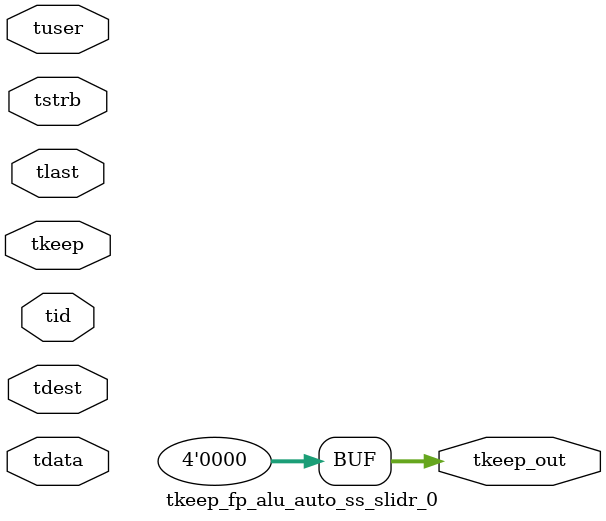
<source format=v>


`timescale 1ps/1ps

module tkeep_fp_alu_auto_ss_slidr_0 #
(
parameter C_S_AXIS_TDATA_WIDTH = 32,
parameter C_S_AXIS_TUSER_WIDTH = 0,
parameter C_S_AXIS_TID_WIDTH   = 0,
parameter C_S_AXIS_TDEST_WIDTH = 0,
parameter C_M_AXIS_TDATA_WIDTH = 32
)
(
input  [(C_S_AXIS_TDATA_WIDTH == 0 ? 1 : C_S_AXIS_TDATA_WIDTH)-1:0     ] tdata,
input  [(C_S_AXIS_TUSER_WIDTH == 0 ? 1 : C_S_AXIS_TUSER_WIDTH)-1:0     ] tuser,
input  [(C_S_AXIS_TID_WIDTH   == 0 ? 1 : C_S_AXIS_TID_WIDTH)-1:0       ] tid,
input  [(C_S_AXIS_TDEST_WIDTH == 0 ? 1 : C_S_AXIS_TDEST_WIDTH)-1:0     ] tdest,
input  [(C_S_AXIS_TDATA_WIDTH/8)-1:0 ] tkeep,
input  [(C_S_AXIS_TDATA_WIDTH/8)-1:0 ] tstrb,
input                                                                    tlast,
output [(C_M_AXIS_TDATA_WIDTH/8)-1:0 ] tkeep_out
);

assign tkeep_out = {1'b0};

endmodule


</source>
